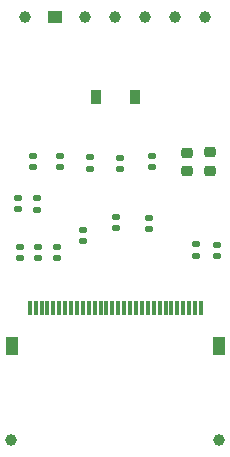
<source format=gbs>
G04 #@! TF.GenerationSoftware,KiCad,Pcbnew,6.0.2+dfsg-1*
G04 #@! TF.CreationDate,2022-09-13T11:12:49+08:00*
G04 #@! TF.ProjectId,epaper-102,65706170-6572-42d3-9130-322e6b696361,rev?*
G04 #@! TF.SameCoordinates,Original*
G04 #@! TF.FileFunction,Soldermask,Bot*
G04 #@! TF.FilePolarity,Negative*
%FSLAX46Y46*%
G04 Gerber Fmt 4.6, Leading zero omitted, Abs format (unit mm)*
G04 Created by KiCad (PCBNEW 6.0.2+dfsg-1) date 2022-09-13 11:12:49*
%MOMM*%
%LPD*%
G01*
G04 APERTURE LIST*
G04 Aperture macros list*
%AMRoundRect*
0 Rectangle with rounded corners*
0 $1 Rounding radius*
0 $2 $3 $4 $5 $6 $7 $8 $9 X,Y pos of 4 corners*
0 Add a 4 corners polygon primitive as box body*
4,1,4,$2,$3,$4,$5,$6,$7,$8,$9,$2,$3,0*
0 Add four circle primitives for the rounded corners*
1,1,$1+$1,$2,$3*
1,1,$1+$1,$4,$5*
1,1,$1+$1,$6,$7*
1,1,$1+$1,$8,$9*
0 Add four rect primitives between the rounded corners*
20,1,$1+$1,$2,$3,$4,$5,0*
20,1,$1+$1,$4,$5,$6,$7,0*
20,1,$1+$1,$6,$7,$8,$9,0*
20,1,$1+$1,$8,$9,$2,$3,0*%
G04 Aperture macros list end*
%ADD10C,1.000000*%
%ADD11RoundRect,0.140000X-0.170000X0.140000X-0.170000X-0.140000X0.170000X-0.140000X0.170000X0.140000X0*%
%ADD12R,1.200000X1.000000*%
%ADD13RoundRect,0.218750X0.256250X-0.218750X0.256250X0.218750X-0.256250X0.218750X-0.256250X-0.218750X0*%
%ADD14RoundRect,0.218750X-0.256250X0.218750X-0.256250X-0.218750X0.256250X-0.218750X0.256250X0.218750X0*%
%ADD15R,0.900000X1.200000*%
%ADD16R,0.300000X1.300000*%
%ADD17R,1.000000X1.500000*%
G04 APERTURE END LIST*
D10*
X24550000Y-101650000D03*
X42150000Y-101650000D03*
D11*
X26825000Y-85295000D03*
X26825000Y-86255000D03*
X25150000Y-81145000D03*
X25150000Y-82105000D03*
X41975000Y-85095000D03*
X41975000Y-86055000D03*
X40150000Y-85070000D03*
X40150000Y-86030000D03*
X36425000Y-77570000D03*
X36425000Y-78530000D03*
X36200000Y-82845000D03*
X36200000Y-83805000D03*
X33750000Y-77745000D03*
X33750000Y-78705000D03*
X33375000Y-82745000D03*
X33375000Y-83705000D03*
X30625000Y-83845000D03*
X30625000Y-84805000D03*
X31175000Y-77695000D03*
X31175000Y-78655000D03*
X28625000Y-77570000D03*
X28625000Y-78530000D03*
X26400000Y-77595000D03*
X26400000Y-78555000D03*
X28375000Y-85295000D03*
X28375000Y-86255000D03*
X25275000Y-85270000D03*
X25275000Y-86230000D03*
X26700000Y-81170000D03*
X26700000Y-82130000D03*
D10*
X25729800Y-65800000D03*
D12*
X28269800Y-65800000D03*
D10*
X30809800Y-65800000D03*
X33349800Y-65800000D03*
X35889800Y-65800000D03*
X38429800Y-65800000D03*
X40969800Y-65800000D03*
D13*
X39450000Y-78887500D03*
X39450000Y-77312500D03*
D14*
X41325000Y-77275000D03*
X41325000Y-78850000D03*
D15*
X31700000Y-72550000D03*
X35000000Y-72550000D03*
D16*
X40600000Y-90450000D03*
D17*
X24600000Y-93650000D03*
D16*
X40100000Y-90450000D03*
X39600000Y-90450000D03*
X39100000Y-90450000D03*
X38600000Y-90450000D03*
X38100000Y-90450000D03*
X37600000Y-90450000D03*
X37100000Y-90450000D03*
X36600000Y-90450000D03*
X36100000Y-90450000D03*
X35600000Y-90450000D03*
X35100000Y-90450000D03*
X34600000Y-90450000D03*
X34100000Y-90450000D03*
X33600000Y-90450000D03*
X33100000Y-90450000D03*
X32600000Y-90450000D03*
X32100000Y-90450000D03*
X31600000Y-90450000D03*
X31100000Y-90450000D03*
X30600000Y-90450000D03*
X30100000Y-90450000D03*
X29600000Y-90450000D03*
X29100000Y-90450000D03*
X28600000Y-90450000D03*
X28100000Y-90450000D03*
X27600000Y-90450000D03*
X27100000Y-90450000D03*
X26600000Y-90450000D03*
X26100000Y-90450000D03*
D17*
X42100000Y-93650000D03*
M02*

</source>
